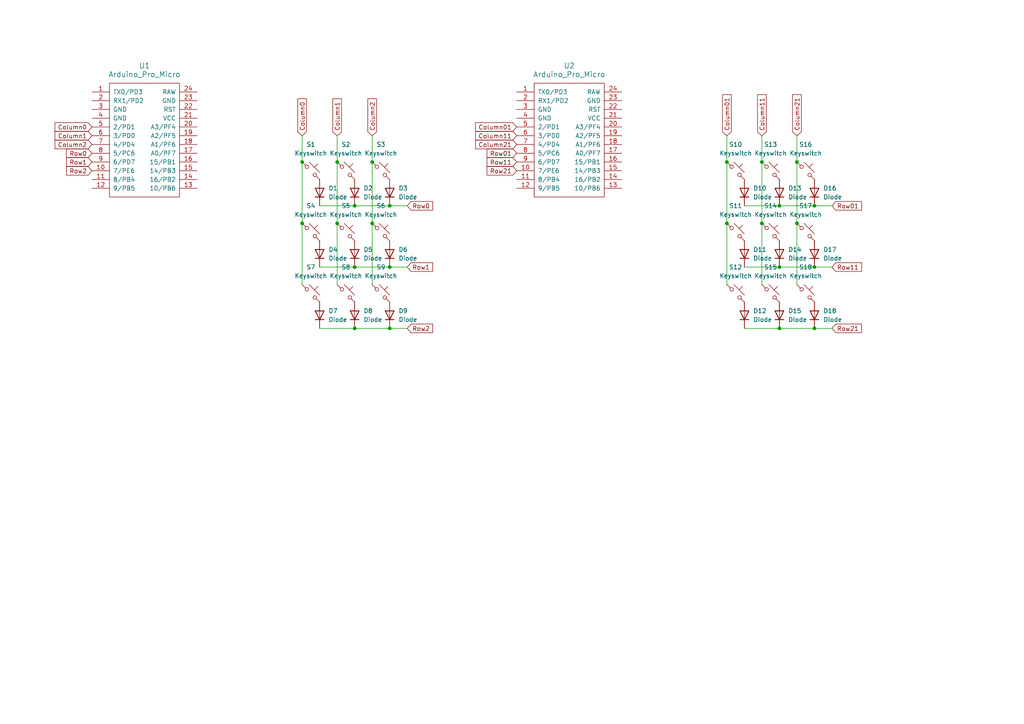
<source format=kicad_sch>
(kicad_sch (version 20230121) (generator eeschema)

  (uuid f2060c66-6e72-4b59-b738-f146c125db3a)

  (paper "A4")

  (lib_symbols
    (symbol "ScottoKeebs:MCU_Arduino_Pro_Micro" (pin_names (offset 1.016)) (in_bom yes) (on_board yes)
      (property "Reference" "U" (at 0 0 0)
        (effects (font (size 1.524 1.524)))
      )
      (property "Value" "Arduino_Pro_Micro" (at 0 -19.05 0)
        (effects (font (size 1.524 1.524)))
      )
      (property "Footprint" "ScottoKeebs_MCU:Arduino_Pro_Micro" (at 0 -22.86 0)
        (effects (font (size 1.524 1.524)) hide)
      )
      (property "Datasheet" "" (at 26.67 -63.5 90)
        (effects (font (size 1.524 1.524)) hide)
      )
      (symbol "MCU_Arduino_Pro_Micro_0_1"
        (rectangle (start -10.16 16.51) (end 10.16 -16.51)
          (stroke (width 0) (type solid))
          (fill (type none))
        )
      )
      (symbol "MCU_Arduino_Pro_Micro_1_1"
        (pin input line (at -15.24 13.97 0) (length 5.08)
          (name "TX0/PD3" (effects (font (size 1.27 1.27))))
          (number "1" (effects (font (size 1.27 1.27))))
        )
        (pin input line (at -15.24 -8.89 0) (length 5.08)
          (name "7/PE6" (effects (font (size 1.27 1.27))))
          (number "10" (effects (font (size 1.27 1.27))))
        )
        (pin input line (at -15.24 -11.43 0) (length 5.08)
          (name "8/PB4" (effects (font (size 1.27 1.27))))
          (number "11" (effects (font (size 1.27 1.27))))
        )
        (pin input line (at -15.24 -13.97 0) (length 5.08)
          (name "9/PB5" (effects (font (size 1.27 1.27))))
          (number "12" (effects (font (size 1.27 1.27))))
        )
        (pin input line (at 15.24 -13.97 180) (length 5.08)
          (name "10/PB6" (effects (font (size 1.27 1.27))))
          (number "13" (effects (font (size 1.27 1.27))))
        )
        (pin input line (at 15.24 -11.43 180) (length 5.08)
          (name "16/PB2" (effects (font (size 1.27 1.27))))
          (number "14" (effects (font (size 1.27 1.27))))
        )
        (pin input line (at 15.24 -8.89 180) (length 5.08)
          (name "14/PB3" (effects (font (size 1.27 1.27))))
          (number "15" (effects (font (size 1.27 1.27))))
        )
        (pin input line (at 15.24 -6.35 180) (length 5.08)
          (name "15/PB1" (effects (font (size 1.27 1.27))))
          (number "16" (effects (font (size 1.27 1.27))))
        )
        (pin input line (at 15.24 -3.81 180) (length 5.08)
          (name "A0/PF7" (effects (font (size 1.27 1.27))))
          (number "17" (effects (font (size 1.27 1.27))))
        )
        (pin input line (at 15.24 -1.27 180) (length 5.08)
          (name "A1/PF6" (effects (font (size 1.27 1.27))))
          (number "18" (effects (font (size 1.27 1.27))))
        )
        (pin input line (at 15.24 1.27 180) (length 5.08)
          (name "A2/PF5" (effects (font (size 1.27 1.27))))
          (number "19" (effects (font (size 1.27 1.27))))
        )
        (pin input line (at -15.24 11.43 0) (length 5.08)
          (name "RX1/PD2" (effects (font (size 1.27 1.27))))
          (number "2" (effects (font (size 1.27 1.27))))
        )
        (pin input line (at 15.24 3.81 180) (length 5.08)
          (name "A3/PF4" (effects (font (size 1.27 1.27))))
          (number "20" (effects (font (size 1.27 1.27))))
        )
        (pin input line (at 15.24 6.35 180) (length 5.08)
          (name "VCC" (effects (font (size 1.27 1.27))))
          (number "21" (effects (font (size 1.27 1.27))))
        )
        (pin input line (at 15.24 8.89 180) (length 5.08)
          (name "RST" (effects (font (size 1.27 1.27))))
          (number "22" (effects (font (size 1.27 1.27))))
        )
        (pin input line (at 15.24 11.43 180) (length 5.08)
          (name "GND" (effects (font (size 1.27 1.27))))
          (number "23" (effects (font (size 1.27 1.27))))
        )
        (pin input line (at 15.24 13.97 180) (length 5.08)
          (name "RAW" (effects (font (size 1.27 1.27))))
          (number "24" (effects (font (size 1.27 1.27))))
        )
        (pin input line (at -15.24 8.89 0) (length 5.08)
          (name "GND" (effects (font (size 1.27 1.27))))
          (number "3" (effects (font (size 1.27 1.27))))
        )
        (pin input line (at -15.24 6.35 0) (length 5.08)
          (name "GND" (effects (font (size 1.27 1.27))))
          (number "4" (effects (font (size 1.27 1.27))))
        )
        (pin input line (at -15.24 3.81 0) (length 5.08)
          (name "2/PD1" (effects (font (size 1.27 1.27))))
          (number "5" (effects (font (size 1.27 1.27))))
        )
        (pin input line (at -15.24 1.27 0) (length 5.08)
          (name "3/PD0" (effects (font (size 1.27 1.27))))
          (number "6" (effects (font (size 1.27 1.27))))
        )
        (pin input line (at -15.24 -1.27 0) (length 5.08)
          (name "4/PD4" (effects (font (size 1.27 1.27))))
          (number "7" (effects (font (size 1.27 1.27))))
        )
        (pin input line (at -15.24 -3.81 0) (length 5.08)
          (name "5/PC6" (effects (font (size 1.27 1.27))))
          (number "8" (effects (font (size 1.27 1.27))))
        )
        (pin input line (at -15.24 -6.35 0) (length 5.08)
          (name "6/PD7" (effects (font (size 1.27 1.27))))
          (number "9" (effects (font (size 1.27 1.27))))
        )
      )
    )
    (symbol "ScottoKeebs:Placeholder_Diode" (pin_numbers hide) (pin_names hide) (in_bom yes) (on_board yes)
      (property "Reference" "D" (at 0 2.54 0)
        (effects (font (size 1.27 1.27)))
      )
      (property "Value" "Diode" (at 0 -2.54 0)
        (effects (font (size 1.27 1.27)))
      )
      (property "Footprint" "" (at 0 0 0)
        (effects (font (size 1.27 1.27)) hide)
      )
      (property "Datasheet" "" (at 0 0 0)
        (effects (font (size 1.27 1.27)) hide)
      )
      (property "Sim.Device" "D" (at 0 0 0)
        (effects (font (size 1.27 1.27)) hide)
      )
      (property "Sim.Pins" "1=K 2=A" (at 0 0 0)
        (effects (font (size 1.27 1.27)) hide)
      )
      (property "ki_keywords" "diode" (at 0 0 0)
        (effects (font (size 1.27 1.27)) hide)
      )
      (property "ki_description" "1N4148 (DO-35) or 1N4148W (SOD-123)" (at 0 0 0)
        (effects (font (size 1.27 1.27)) hide)
      )
      (property "ki_fp_filters" "D*DO?35*" (at 0 0 0)
        (effects (font (size 1.27 1.27)) hide)
      )
      (symbol "Placeholder_Diode_0_1"
        (polyline
          (pts
            (xy -1.27 1.27)
            (xy -1.27 -1.27)
          )
          (stroke (width 0.254) (type default))
          (fill (type none))
        )
        (polyline
          (pts
            (xy 1.27 0)
            (xy -1.27 0)
          )
          (stroke (width 0) (type default))
          (fill (type none))
        )
        (polyline
          (pts
            (xy 1.27 1.27)
            (xy 1.27 -1.27)
            (xy -1.27 0)
            (xy 1.27 1.27)
          )
          (stroke (width 0.254) (type default))
          (fill (type none))
        )
      )
      (symbol "Placeholder_Diode_1_1"
        (pin passive line (at -3.81 0 0) (length 2.54)
          (name "K" (effects (font (size 1.27 1.27))))
          (number "1" (effects (font (size 1.27 1.27))))
        )
        (pin passive line (at 3.81 0 180) (length 2.54)
          (name "A" (effects (font (size 1.27 1.27))))
          (number "2" (effects (font (size 1.27 1.27))))
        )
      )
    )
    (symbol "ScottoKeebs:Placeholder_Keyswitch" (pin_numbers hide) (pin_names (offset 1.016) hide) (in_bom yes) (on_board yes)
      (property "Reference" "S" (at 3.048 1.016 0)
        (effects (font (size 1.27 1.27)) (justify left))
      )
      (property "Value" "Keyswitch" (at 0 -3.81 0)
        (effects (font (size 1.27 1.27)))
      )
      (property "Footprint" "" (at 0 0 0)
        (effects (font (size 1.27 1.27)) hide)
      )
      (property "Datasheet" "~" (at 0 0 0)
        (effects (font (size 1.27 1.27)) hide)
      )
      (property "ki_keywords" "switch normally-open pushbutton push-button" (at 0 0 0)
        (effects (font (size 1.27 1.27)) hide)
      )
      (property "ki_description" "Push button switch, normally open, two pins, 45° tilted" (at 0 0 0)
        (effects (font (size 1.27 1.27)) hide)
      )
      (symbol "Placeholder_Keyswitch_0_1"
        (circle (center -1.1684 1.1684) (radius 0.508)
          (stroke (width 0) (type default))
          (fill (type none))
        )
        (polyline
          (pts
            (xy -0.508 2.54)
            (xy 2.54 -0.508)
          )
          (stroke (width 0) (type default))
          (fill (type none))
        )
        (polyline
          (pts
            (xy 1.016 1.016)
            (xy 2.032 2.032)
          )
          (stroke (width 0) (type default))
          (fill (type none))
        )
        (polyline
          (pts
            (xy -2.54 2.54)
            (xy -1.524 1.524)
            (xy -1.524 1.524)
          )
          (stroke (width 0) (type default))
          (fill (type none))
        )
        (polyline
          (pts
            (xy 1.524 -1.524)
            (xy 2.54 -2.54)
            (xy 2.54 -2.54)
            (xy 2.54 -2.54)
          )
          (stroke (width 0) (type default))
          (fill (type none))
        )
        (circle (center 1.143 -1.1938) (radius 0.508)
          (stroke (width 0) (type default))
          (fill (type none))
        )
        (pin passive line (at -2.54 2.54 0) (length 0)
          (name "1" (effects (font (size 1.27 1.27))))
          (number "1" (effects (font (size 1.27 1.27))))
        )
        (pin passive line (at 2.54 -2.54 180) (length 0)
          (name "2" (effects (font (size 1.27 1.27))))
          (number "2" (effects (font (size 1.27 1.27))))
        )
      )
    )
  )

  (junction (at 107.95 64.77) (diameter 0) (color 0 0 0 0)
    (uuid 0372e451-9c02-486b-805c-5cf47ff683db)
  )
  (junction (at 113.03 95.25) (diameter 0) (color 0 0 0 0)
    (uuid 0c0d06cf-f490-462a-966d-bcf32c06d16a)
  )
  (junction (at 236.22 95.25) (diameter 0) (color 0 0 0 0)
    (uuid 249f1bd1-9a21-41d1-b33a-3cc9bb04bbe0)
  )
  (junction (at 97.79 64.77) (diameter 0) (color 0 0 0 0)
    (uuid 2d69d7af-6760-4e90-b274-acffd820fc3f)
  )
  (junction (at 236.22 59.69) (diameter 0) (color 0 0 0 0)
    (uuid 30a6c0d8-e1fa-4a2e-8ceb-91ef2a26eeb0)
  )
  (junction (at 102.87 59.69) (diameter 0) (color 0 0 0 0)
    (uuid 40889f40-059b-47b4-b24e-263ae9652067)
  )
  (junction (at 102.87 95.25) (diameter 0) (color 0 0 0 0)
    (uuid 4e9f2005-5011-4866-a74e-043aad1381b1)
  )
  (junction (at 226.06 77.47) (diameter 0) (color 0 0 0 0)
    (uuid 5f033c14-6cc1-42b7-936f-0123a9359fed)
  )
  (junction (at 220.98 46.99) (diameter 0) (color 0 0 0 0)
    (uuid 69fd1e8e-44c4-4386-8aa0-de37b4ad8ce0)
  )
  (junction (at 113.03 77.47) (diameter 0) (color 0 0 0 0)
    (uuid 756c35ce-d3f1-4c03-846b-fac59f43f788)
  )
  (junction (at 231.14 64.77) (diameter 0) (color 0 0 0 0)
    (uuid 79215c7d-6425-4d72-bdb4-8fa5cf42b8dc)
  )
  (junction (at 87.63 64.77) (diameter 0) (color 0 0 0 0)
    (uuid 8e7b91ac-d0ee-4200-9d7a-94356739c1af)
  )
  (junction (at 231.14 46.99) (diameter 0) (color 0 0 0 0)
    (uuid b5861ba0-6069-4e62-aa9e-f5b114f015c2)
  )
  (junction (at 97.79 46.99) (diameter 0) (color 0 0 0 0)
    (uuid c2eb29cb-9313-4ac5-ab42-e2428f4cb826)
  )
  (junction (at 107.95 46.99) (diameter 0) (color 0 0 0 0)
    (uuid c33d2e29-c7b8-4bc3-b798-c1a70f08c9a1)
  )
  (junction (at 102.87 77.47) (diameter 0) (color 0 0 0 0)
    (uuid cf085ec0-a5b5-4948-86f7-22dbf050abdb)
  )
  (junction (at 113.03 59.69) (diameter 0) (color 0 0 0 0)
    (uuid d93ba434-558e-4279-ab48-25f0c934c59b)
  )
  (junction (at 226.06 59.69) (diameter 0) (color 0 0 0 0)
    (uuid e1a58c5e-c76e-487e-a0a9-cc5a8de5b885)
  )
  (junction (at 236.22 77.47) (diameter 0) (color 0 0 0 0)
    (uuid e4fdc7f6-952f-473b-9a64-d3078a519008)
  )
  (junction (at 220.98 64.77) (diameter 0) (color 0 0 0 0)
    (uuid e5c417b3-b8b4-4578-8e1d-9a25721e4646)
  )
  (junction (at 226.06 95.25) (diameter 0) (color 0 0 0 0)
    (uuid e774d372-9bae-447d-9ee2-6d03f80a7904)
  )
  (junction (at 87.63 46.99) (diameter 0) (color 0 0 0 0)
    (uuid e786a40f-5e8d-4b18-8803-f6cb806499f4)
  )
  (junction (at 210.82 64.77) (diameter 0) (color 0 0 0 0)
    (uuid eadcb1a7-4849-46e9-b90c-d446d802062c)
  )
  (junction (at 210.82 46.99) (diameter 0) (color 0 0 0 0)
    (uuid ecad70f7-adad-407e-b629-6fc4f22a0032)
  )

  (wire (pts (xy 231.14 46.99) (xy 231.14 64.77))
    (stroke (width 0) (type default))
    (uuid 077cff64-b70a-4710-9a7f-04d7d4b1083a)
  )
  (wire (pts (xy 118.11 77.47) (xy 113.03 77.47))
    (stroke (width 0) (type default))
    (uuid 177a8d2a-ab74-40e5-adc1-2900b83c140d)
  )
  (wire (pts (xy 107.95 39.37) (xy 107.95 46.99))
    (stroke (width 0) (type default))
    (uuid 20c0cdbd-9aff-42be-b98e-edb1de5d7856)
  )
  (wire (pts (xy 226.06 95.25) (xy 236.22 95.25))
    (stroke (width 0) (type default))
    (uuid 29cc7bd1-05e1-47ab-a8f2-6c83a3b53a03)
  )
  (wire (pts (xy 113.03 59.69) (xy 118.11 59.69))
    (stroke (width 0) (type default))
    (uuid 30284f08-c5b9-49df-b897-3f4ac2c68d12)
  )
  (wire (pts (xy 92.71 59.69) (xy 102.87 59.69))
    (stroke (width 0) (type default))
    (uuid 3d00182b-66cf-4b0a-812d-d0d7c12eeaa8)
  )
  (wire (pts (xy 118.11 95.25) (xy 113.03 95.25))
    (stroke (width 0) (type default))
    (uuid 3d2d6625-e3d1-45ce-8ec4-9556e086e160)
  )
  (wire (pts (xy 102.87 77.47) (xy 113.03 77.47))
    (stroke (width 0) (type default))
    (uuid 43b34257-48b5-4d7a-a235-4d87956ee6d7)
  )
  (wire (pts (xy 97.79 46.99) (xy 97.79 64.77))
    (stroke (width 0) (type default))
    (uuid 492d5539-3070-4ae9-9b05-edbd0e77a8c7)
  )
  (wire (pts (xy 231.14 64.77) (xy 231.14 82.55))
    (stroke (width 0) (type default))
    (uuid 54cc6f1a-2f5c-40ac-83d7-c23e4f4e8be1)
  )
  (wire (pts (xy 241.3 95.25) (xy 236.22 95.25))
    (stroke (width 0) (type default))
    (uuid 6ca8a8f3-8cc4-4785-bd62-a690e6d85b74)
  )
  (wire (pts (xy 210.82 64.77) (xy 210.82 82.55))
    (stroke (width 0) (type default))
    (uuid 70453a36-377c-4c60-b68f-70cfa46562ae)
  )
  (wire (pts (xy 87.63 39.37) (xy 87.63 46.99))
    (stroke (width 0) (type default))
    (uuid 7441202f-d6e9-417a-8a47-dc0b389be018)
  )
  (wire (pts (xy 210.82 39.37) (xy 210.82 46.99))
    (stroke (width 0) (type default))
    (uuid 7e95a181-52b8-49d9-9833-5612c7cc4652)
  )
  (wire (pts (xy 97.79 64.77) (xy 97.79 82.55))
    (stroke (width 0) (type default))
    (uuid 816d1419-6ca6-435c-b40f-992dbd636171)
  )
  (wire (pts (xy 92.71 77.47) (xy 102.87 77.47))
    (stroke (width 0) (type default))
    (uuid 96dd9419-2d81-46d8-8142-75260364bdb5)
  )
  (wire (pts (xy 92.71 95.25) (xy 102.87 95.25))
    (stroke (width 0) (type default))
    (uuid 97d0f1f4-bf9d-4da2-9c39-267b9a3222a9)
  )
  (wire (pts (xy 220.98 46.99) (xy 220.98 64.77))
    (stroke (width 0) (type default))
    (uuid 9aafc33a-091d-4e5f-80e5-6cf73d1b0887)
  )
  (wire (pts (xy 215.9 95.25) (xy 226.06 95.25))
    (stroke (width 0) (type default))
    (uuid a219af44-190c-4c38-8647-5bed2441b48c)
  )
  (wire (pts (xy 210.82 46.99) (xy 210.82 64.77))
    (stroke (width 0) (type default))
    (uuid a6d5ec1b-a368-4e39-8b19-223b2e5d9581)
  )
  (wire (pts (xy 102.87 95.25) (xy 113.03 95.25))
    (stroke (width 0) (type default))
    (uuid adc08c12-b9b4-4b8c-a696-3edb573b4f4d)
  )
  (wire (pts (xy 231.14 39.37) (xy 231.14 46.99))
    (stroke (width 0) (type default))
    (uuid add8a23e-d80a-4c31-84b3-3e736011bf61)
  )
  (wire (pts (xy 107.95 46.99) (xy 107.95 64.77))
    (stroke (width 0) (type default))
    (uuid bfe13640-1d9d-43b3-b87c-7a8a525305af)
  )
  (wire (pts (xy 226.06 59.69) (xy 236.22 59.69))
    (stroke (width 0) (type default))
    (uuid bffe6800-f26c-4b5b-a22f-c85e9cc0073a)
  )
  (wire (pts (xy 220.98 39.37) (xy 220.98 46.99))
    (stroke (width 0) (type default))
    (uuid c69c6752-df45-4eea-885a-9c435bd285db)
  )
  (wire (pts (xy 215.9 59.69) (xy 226.06 59.69))
    (stroke (width 0) (type default))
    (uuid c6bdc35b-a97f-4d9c-b868-1cb67bafe368)
  )
  (wire (pts (xy 87.63 64.77) (xy 87.63 82.55))
    (stroke (width 0) (type default))
    (uuid d6c38870-5d22-4103-b5bc-e7cfaa4cd806)
  )
  (wire (pts (xy 226.06 77.47) (xy 236.22 77.47))
    (stroke (width 0) (type default))
    (uuid df51d2f6-3f91-4ed1-8351-5275747e5855)
  )
  (wire (pts (xy 236.22 59.69) (xy 241.3 59.69))
    (stroke (width 0) (type default))
    (uuid e9891fe4-33d4-44a3-856a-dcbbb734e87e)
  )
  (wire (pts (xy 107.95 64.77) (xy 107.95 82.55))
    (stroke (width 0) (type default))
    (uuid ece7a383-aa9e-4737-b38c-a7c382f174a5)
  )
  (wire (pts (xy 97.79 39.37) (xy 97.79 46.99))
    (stroke (width 0) (type default))
    (uuid f0384a74-834b-4349-a947-b3e7ebb0849a)
  )
  (wire (pts (xy 241.3 77.47) (xy 236.22 77.47))
    (stroke (width 0) (type default))
    (uuid f1f68e55-a98c-4742-a994-12d8bb7c9644)
  )
  (wire (pts (xy 87.63 46.99) (xy 87.63 64.77))
    (stroke (width 0) (type default))
    (uuid f76bed5a-7118-4ef2-97f8-c58cafdf06da)
  )
  (wire (pts (xy 220.98 64.77) (xy 220.98 82.55))
    (stroke (width 0) (type default))
    (uuid f80a9003-a088-4763-ad87-7443f4ab6739)
  )
  (wire (pts (xy 102.87 59.69) (xy 113.03 59.69))
    (stroke (width 0) (type default))
    (uuid f9366870-5768-4c4c-90e7-88a08cbcf281)
  )
  (wire (pts (xy 215.9 77.47) (xy 226.06 77.47))
    (stroke (width 0) (type default))
    (uuid ffd860f4-20ec-4dbd-a7d3-8cb9bf8242ad)
  )

  (global_label "Row21" (shape input) (at 241.3 95.25 0) (fields_autoplaced)
    (effects (font (size 1.27 1.27)) (justify left))
    (uuid 02a2318e-4d6b-43d1-a67a-90babeb79987)
    (property "Intersheetrefs" "${INTERSHEET_REFS}" (at 250.4537 95.25 0)
      (effects (font (size 1.27 1.27)) (justify left) hide)
    )
  )
  (global_label "Row01" (shape input) (at 241.3 59.69 0) (fields_autoplaced)
    (effects (font (size 1.27 1.27)) (justify left))
    (uuid 0bea372c-7eca-4675-a28d-6deb69d78ed9)
    (property "Intersheetrefs" "${INTERSHEET_REFS}" (at 250.4537 59.69 0)
      (effects (font (size 1.27 1.27)) (justify left) hide)
    )
  )
  (global_label "Row21" (shape input) (at 149.86 49.53 180) (fields_autoplaced)
    (effects (font (size 1.27 1.27)) (justify right))
    (uuid 1e568c54-aff4-4ba2-b13c-50c20ff6f040)
    (property "Intersheetrefs" "${INTERSHEET_REFS}" (at 140.7063 49.53 0)
      (effects (font (size 1.27 1.27)) (justify right) hide)
    )
  )
  (global_label "Column2" (shape input) (at 107.95 39.37 90) (fields_autoplaced)
    (effects (font (size 1.27 1.27)) (justify left))
    (uuid 2a8e115b-4e6f-4689-a563-255e35c85048)
    (property "Intersheetrefs" "${INTERSHEET_REFS}" (at 107.95 28.0998 90)
      (effects (font (size 1.27 1.27)) (justify left) hide)
    )
  )
  (global_label "Column0" (shape input) (at 26.67 36.83 180) (fields_autoplaced)
    (effects (font (size 1.27 1.27)) (justify right))
    (uuid 2ca101ba-6ae8-47c4-a90f-0eac7d2963c6)
    (property "Intersheetrefs" "${INTERSHEET_REFS}" (at 15.3998 36.83 0)
      (effects (font (size 1.27 1.27)) (justify right) hide)
    )
  )
  (global_label "Row11" (shape input) (at 241.3 77.47 0) (fields_autoplaced)
    (effects (font (size 1.27 1.27)) (justify left))
    (uuid 395769e5-b84b-48f2-ab96-7fb7f72d7512)
    (property "Intersheetrefs" "${INTERSHEET_REFS}" (at 250.4537 77.47 0)
      (effects (font (size 1.27 1.27)) (justify left) hide)
    )
  )
  (global_label "Column0" (shape input) (at 87.63 39.37 90) (fields_autoplaced)
    (effects (font (size 1.27 1.27)) (justify left))
    (uuid 4166c49d-49d7-4cfd-8172-24483e9f6f21)
    (property "Intersheetrefs" "${INTERSHEET_REFS}" (at 87.63 28.0998 90)
      (effects (font (size 1.27 1.27)) (justify left) hide)
    )
  )
  (global_label "Row2" (shape input) (at 26.67 49.53 180) (fields_autoplaced)
    (effects (font (size 1.27 1.27)) (justify right))
    (uuid 68387d32-28eb-4d2b-814b-da3c7c955895)
    (property "Intersheetrefs" "${INTERSHEET_REFS}" (at 18.7258 49.53 0)
      (effects (font (size 1.27 1.27)) (justify right) hide)
    )
  )
  (global_label "Column21" (shape input) (at 149.86 41.91 180) (fields_autoplaced)
    (effects (font (size 1.27 1.27)) (justify right))
    (uuid 6cff2f3f-01e0-469e-a80c-e1894cb1c481)
    (property "Intersheetrefs" "${INTERSHEET_REFS}" (at 137.3803 41.91 0)
      (effects (font (size 1.27 1.27)) (justify right) hide)
    )
  )
  (global_label "Row0" (shape input) (at 118.11 59.69 0) (fields_autoplaced)
    (effects (font (size 1.27 1.27)) (justify left))
    (uuid 75e7e35e-df4e-4a5b-87e9-e8e752a30597)
    (property "Intersheetrefs" "${INTERSHEET_REFS}" (at 126.0542 59.69 0)
      (effects (font (size 1.27 1.27)) (justify left) hide)
    )
  )
  (global_label "Column1" (shape input) (at 97.79 39.37 90) (fields_autoplaced)
    (effects (font (size 1.27 1.27)) (justify left))
    (uuid 825698aa-8d74-4003-96c0-3fcd5dfd6c2f)
    (property "Intersheetrefs" "${INTERSHEET_REFS}" (at 97.79 28.0998 90)
      (effects (font (size 1.27 1.27)) (justify left) hide)
    )
  )
  (global_label "Row11" (shape input) (at 149.86 46.99 180) (fields_autoplaced)
    (effects (font (size 1.27 1.27)) (justify right))
    (uuid 8bee9af0-767e-4d68-8659-1c4b5c6b229e)
    (property "Intersheetrefs" "${INTERSHEET_REFS}" (at 140.7063 46.99 0)
      (effects (font (size 1.27 1.27)) (justify right) hide)
    )
  )
  (global_label "Row1" (shape input) (at 118.11 77.47 0) (fields_autoplaced)
    (effects (font (size 1.27 1.27)) (justify left))
    (uuid 9c5b3fef-d512-490f-a5ea-c931479e730e)
    (property "Intersheetrefs" "${INTERSHEET_REFS}" (at 126.0542 77.47 0)
      (effects (font (size 1.27 1.27)) (justify left) hide)
    )
  )
  (global_label "Column01" (shape input) (at 210.82 39.37 90) (fields_autoplaced)
    (effects (font (size 1.27 1.27)) (justify left))
    (uuid a581cb4c-37d3-4ee7-8c6a-5d2754bf7c64)
    (property "Intersheetrefs" "${INTERSHEET_REFS}" (at 210.82 26.8903 90)
      (effects (font (size 1.27 1.27)) (justify left) hide)
    )
  )
  (global_label "Row01" (shape input) (at 149.86 44.45 180) (fields_autoplaced)
    (effects (font (size 1.27 1.27)) (justify right))
    (uuid a5c4be63-1194-417e-9039-872e7373daa6)
    (property "Intersheetrefs" "${INTERSHEET_REFS}" (at 140.7063 44.45 0)
      (effects (font (size 1.27 1.27)) (justify right) hide)
    )
  )
  (global_label "Row0" (shape input) (at 26.67 44.45 180) (fields_autoplaced)
    (effects (font (size 1.27 1.27)) (justify right))
    (uuid b0b9704e-7567-4596-ba66-c28bc59eaf17)
    (property "Intersheetrefs" "${INTERSHEET_REFS}" (at 18.7258 44.45 0)
      (effects (font (size 1.27 1.27)) (justify right) hide)
    )
  )
  (global_label "Column01" (shape input) (at 149.86 36.83 180) (fields_autoplaced)
    (effects (font (size 1.27 1.27)) (justify right))
    (uuid b7c033b2-fcc0-4dec-9b9d-0ba864039efc)
    (property "Intersheetrefs" "${INTERSHEET_REFS}" (at 137.3803 36.83 0)
      (effects (font (size 1.27 1.27)) (justify right) hide)
    )
  )
  (global_label "Column21" (shape input) (at 231.14 39.37 90) (fields_autoplaced)
    (effects (font (size 1.27 1.27)) (justify left))
    (uuid b84a40ec-f966-496d-a51e-3fed19c8d053)
    (property "Intersheetrefs" "${INTERSHEET_REFS}" (at 231.14 26.8903 90)
      (effects (font (size 1.27 1.27)) (justify left) hide)
    )
  )
  (global_label "Column11" (shape input) (at 220.98 39.37 90) (fields_autoplaced)
    (effects (font (size 1.27 1.27)) (justify left))
    (uuid b9bdd491-d17a-4eee-95c2-b5bbc49986db)
    (property "Intersheetrefs" "${INTERSHEET_REFS}" (at 220.98 26.8903 90)
      (effects (font (size 1.27 1.27)) (justify left) hide)
    )
  )
  (global_label "Column2" (shape input) (at 26.67 41.91 180) (fields_autoplaced)
    (effects (font (size 1.27 1.27)) (justify right))
    (uuid bf552d53-006d-4626-9d79-d7a780189e2d)
    (property "Intersheetrefs" "${INTERSHEET_REFS}" (at 15.3998 41.91 0)
      (effects (font (size 1.27 1.27)) (justify right) hide)
    )
  )
  (global_label "Row2" (shape input) (at 118.11 95.25 0) (fields_autoplaced)
    (effects (font (size 1.27 1.27)) (justify left))
    (uuid c2e31e63-0209-43e6-8cf0-3642ade6fc10)
    (property "Intersheetrefs" "${INTERSHEET_REFS}" (at 126.0542 95.25 0)
      (effects (font (size 1.27 1.27)) (justify left) hide)
    )
  )
  (global_label "Row1" (shape input) (at 26.67 46.99 180) (fields_autoplaced)
    (effects (font (size 1.27 1.27)) (justify right))
    (uuid ca24917b-108a-46e7-ad58-12658f770ad8)
    (property "Intersheetrefs" "${INTERSHEET_REFS}" (at 18.7258 46.99 0)
      (effects (font (size 1.27 1.27)) (justify right) hide)
    )
  )
  (global_label "Column1" (shape input) (at 26.67 39.37 180) (fields_autoplaced)
    (effects (font (size 1.27 1.27)) (justify right))
    (uuid d2c0a318-7758-4293-b954-fabd649682c7)
    (property "Intersheetrefs" "${INTERSHEET_REFS}" (at 15.3998 39.37 0)
      (effects (font (size 1.27 1.27)) (justify right) hide)
    )
  )
  (global_label "Column11" (shape input) (at 149.86 39.37 180) (fields_autoplaced)
    (effects (font (size 1.27 1.27)) (justify right))
    (uuid e40854ea-854e-47eb-9e67-3f3fd8c4d2b8)
    (property "Intersheetrefs" "${INTERSHEET_REFS}" (at 137.3803 39.37 0)
      (effects (font (size 1.27 1.27)) (justify right) hide)
    )
  )

  (symbol (lib_id "ScottoKeebs:Placeholder_Keyswitch") (at 100.33 49.53 0) (unit 1)
    (in_bom yes) (on_board yes) (dnp no) (fields_autoplaced)
    (uuid 020e5afe-0249-4dac-93a3-ea1a9deefa05)
    (property "Reference" "S2" (at 100.33 41.91 0)
      (effects (font (size 1.27 1.27)))
    )
    (property "Value" "Keyswitch" (at 100.33 44.45 0)
      (effects (font (size 1.27 1.27)))
    )
    (property "Footprint" "ScottoKeebs_MX:MX_PCB_1.00u" (at 100.33 49.53 0)
      (effects (font (size 1.27 1.27)) hide)
    )
    (property "Datasheet" "~" (at 100.33 49.53 0)
      (effects (font (size 1.27 1.27)) hide)
    )
    (pin "2" (uuid cb712018-8684-486c-9310-c246f144937b))
    (pin "1" (uuid f44457c2-d5e8-4751-b834-4416bd3ce6ee))
    (instances
      (project "test_pcb"
        (path "/f2060c66-6e72-4b59-b738-f146c125db3a"
          (reference "S2") (unit 1)
        )
      )
    )
  )

  (symbol (lib_id "ScottoKeebs:Placeholder_Keyswitch") (at 90.17 67.31 0) (unit 1)
    (in_bom yes) (on_board yes) (dnp no) (fields_autoplaced)
    (uuid 15fb959d-7416-40d3-9657-05d702a55fec)
    (property "Reference" "S4" (at 90.17 59.69 0)
      (effects (font (size 1.27 1.27)))
    )
    (property "Value" "Keyswitch" (at 90.17 62.23 0)
      (effects (font (size 1.27 1.27)))
    )
    (property "Footprint" "ScottoKeebs_MX:MX_PCB_1.00u" (at 90.17 67.31 0)
      (effects (font (size 1.27 1.27)) hide)
    )
    (property "Datasheet" "~" (at 90.17 67.31 0)
      (effects (font (size 1.27 1.27)) hide)
    )
    (pin "2" (uuid 7b5cc74e-9c18-4d57-a065-969aaf949f86))
    (pin "1" (uuid 760a1d55-c3cb-4e23-a0a1-9737fbc27c40))
    (instances
      (project "test_pcb"
        (path "/f2060c66-6e72-4b59-b738-f146c125db3a"
          (reference "S4") (unit 1)
        )
      )
    )
  )

  (symbol (lib_id "ScottoKeebs:Placeholder_Diode") (at 236.22 73.66 90) (unit 1)
    (in_bom yes) (on_board yes) (dnp no) (fields_autoplaced)
    (uuid 22da21c0-ef1b-4ec6-8433-4f9523cf20c8)
    (property "Reference" "D17" (at 238.76 72.39 90)
      (effects (font (size 1.27 1.27)) (justify right))
    )
    (property "Value" "Diode" (at 238.76 74.93 90)
      (effects (font (size 1.27 1.27)) (justify right))
    )
    (property "Footprint" "ScottoKeebs_Components:Diode_DO-35" (at 236.22 73.66 0)
      (effects (font (size 1.27 1.27)) hide)
    )
    (property "Datasheet" "" (at 236.22 73.66 0)
      (effects (font (size 1.27 1.27)) hide)
    )
    (property "Sim.Device" "D" (at 236.22 73.66 0)
      (effects (font (size 1.27 1.27)) hide)
    )
    (property "Sim.Pins" "1=K 2=A" (at 236.22 73.66 0)
      (effects (font (size 1.27 1.27)) hide)
    )
    (pin "1" (uuid 94009c1e-091c-4b07-afe6-fa1f54b9801e))
    (pin "2" (uuid 00d795e0-1534-411f-a45d-ddcf1949a974))
    (instances
      (project "test_pcb"
        (path "/f2060c66-6e72-4b59-b738-f146c125db3a"
          (reference "D17") (unit 1)
        )
      )
    )
  )

  (symbol (lib_id "ScottoKeebs:MCU_Arduino_Pro_Micro") (at 165.1 40.64 0) (unit 1)
    (in_bom yes) (on_board yes) (dnp no) (fields_autoplaced)
    (uuid 339015ce-b47f-40e7-bfa3-9cbf87d7e0dd)
    (property "Reference" "U2" (at 165.1 19.05 0)
      (effects (font (size 1.524 1.524)))
    )
    (property "Value" "Arduino_Pro_Micro" (at 165.1 21.59 0)
      (effects (font (size 1.524 1.524)))
    )
    (property "Footprint" "ScottoKeebs_MCU:Arduino_Pro_Micro" (at 165.1 63.5 0)
      (effects (font (size 1.524 1.524)) hide)
    )
    (property "Datasheet" "" (at 191.77 104.14 90)
      (effects (font (size 1.524 1.524)) hide)
    )
    (pin "24" (uuid c3d8bf4f-943a-4ad4-8e72-a3247a81bdea))
    (pin "13" (uuid 7289f069-340e-46b3-90b8-c803e67e4106))
    (pin "14" (uuid 08305438-2903-460b-8d01-83b273c7daf4))
    (pin "22" (uuid 8ed508fd-3d18-426a-8354-34231b54a2ae))
    (pin "23" (uuid 141e858e-f993-46a9-809d-7dfeaedf87d4))
    (pin "9" (uuid b790bed1-aa8e-44bb-b678-f163f5c31ce6))
    (pin "16" (uuid 9d6305a8-900b-41aa-b538-4b54346657b4))
    (pin "1" (uuid 013c4a80-fa43-4a83-a34c-8d6f390e9a8f))
    (pin "6" (uuid d7f60215-c27d-4cfa-9a12-f7c12105708d))
    (pin "10" (uuid 943bff9a-6c41-4b76-b445-b2cf9bf0e7c5))
    (pin "18" (uuid 2c1dbbf2-441f-4c47-95e9-8cbbb8d9d23d))
    (pin "19" (uuid 72967c8c-717a-4b79-a739-5de0d92268c8))
    (pin "20" (uuid 7cb24990-13b4-496d-8980-0ab456c4de50))
    (pin "3" (uuid 5832b4d5-a66a-4620-9a0b-fbf2b6195e70))
    (pin "17" (uuid 5fd920d3-a8ff-432b-b0e5-cc80644ef4bd))
    (pin "2" (uuid 110edc46-b428-480e-878b-27f88c5a4099))
    (pin "12" (uuid 1815d431-14fe-4bdf-8ce8-aa53e48b6b13))
    (pin "15" (uuid 88db9268-3c29-4ecb-86e4-ca520e7d9425))
    (pin "21" (uuid 01566466-2fb8-4d17-b367-3a73962c2266))
    (pin "7" (uuid 2bcf9513-1409-4052-8cc6-6152e6effb39))
    (pin "8" (uuid c95d9640-d5e0-4e58-b022-481e1b8a73e8))
    (pin "11" (uuid 9698e0f9-e50a-441a-9a3f-4a64adb5ccca))
    (pin "5" (uuid 5f4df51f-f9b5-46c1-97b4-14cab8ff0786))
    (pin "4" (uuid 321bedda-20a7-4e8d-8a7b-467d714940da))
    (instances
      (project "test_pcb"
        (path "/f2060c66-6e72-4b59-b738-f146c125db3a"
          (reference "U2") (unit 1)
        )
      )
    )
  )

  (symbol (lib_id "ScottoKeebs:Placeholder_Diode") (at 102.87 91.44 90) (unit 1)
    (in_bom yes) (on_board yes) (dnp no) (fields_autoplaced)
    (uuid 3af40410-c595-465c-884f-61c3861f36af)
    (property "Reference" "D8" (at 105.41 90.17 90)
      (effects (font (size 1.27 1.27)) (justify right))
    )
    (property "Value" "Diode" (at 105.41 92.71 90)
      (effects (font (size 1.27 1.27)) (justify right))
    )
    (property "Footprint" "ScottoKeebs_Components:Diode_DO-35" (at 102.87 91.44 0)
      (effects (font (size 1.27 1.27)) hide)
    )
    (property "Datasheet" "" (at 102.87 91.44 0)
      (effects (font (size 1.27 1.27)) hide)
    )
    (property "Sim.Device" "D" (at 102.87 91.44 0)
      (effects (font (size 1.27 1.27)) hide)
    )
    (property "Sim.Pins" "1=K 2=A" (at 102.87 91.44 0)
      (effects (font (size 1.27 1.27)) hide)
    )
    (pin "1" (uuid fb4f0c25-e155-470f-ae19-59824e43c185))
    (pin "2" (uuid c9375808-0bde-4535-81c2-34969b29b44c))
    (instances
      (project "test_pcb"
        (path "/f2060c66-6e72-4b59-b738-f146c125db3a"
          (reference "D8") (unit 1)
        )
      )
    )
  )

  (symbol (lib_id "ScottoKeebs:Placeholder_Diode") (at 102.87 55.88 90) (unit 1)
    (in_bom yes) (on_board yes) (dnp no) (fields_autoplaced)
    (uuid 43d18394-31a9-4180-853f-d0676d0348c4)
    (property "Reference" "D2" (at 105.41 54.61 90)
      (effects (font (size 1.27 1.27)) (justify right))
    )
    (property "Value" "Diode" (at 105.41 57.15 90)
      (effects (font (size 1.27 1.27)) (justify right))
    )
    (property "Footprint" "ScottoKeebs_Components:Diode_DO-35" (at 102.87 55.88 0)
      (effects (font (size 1.27 1.27)) hide)
    )
    (property "Datasheet" "" (at 102.87 55.88 0)
      (effects (font (size 1.27 1.27)) hide)
    )
    (property "Sim.Device" "D" (at 102.87 55.88 0)
      (effects (font (size 1.27 1.27)) hide)
    )
    (property "Sim.Pins" "1=K 2=A" (at 102.87 55.88 0)
      (effects (font (size 1.27 1.27)) hide)
    )
    (pin "1" (uuid 59e96c57-1352-4681-ba4c-3616bd192c47))
    (pin "2" (uuid 5121cdf1-c599-49f5-bb6c-38597496c9c8))
    (instances
      (project "test_pcb"
        (path "/f2060c66-6e72-4b59-b738-f146c125db3a"
          (reference "D2") (unit 1)
        )
      )
    )
  )

  (symbol (lib_id "ScottoKeebs:Placeholder_Keyswitch") (at 233.68 49.53 0) (unit 1)
    (in_bom yes) (on_board yes) (dnp no) (fields_autoplaced)
    (uuid 487a33f3-f392-4110-aad2-a95e76165975)
    (property "Reference" "S16" (at 233.68 41.91 0)
      (effects (font (size 1.27 1.27)))
    )
    (property "Value" "Keyswitch" (at 233.68 44.45 0)
      (effects (font (size 1.27 1.27)))
    )
    (property "Footprint" "ScottoKeebs_MX:MX_PCB_1.00u" (at 233.68 49.53 0)
      (effects (font (size 1.27 1.27)) hide)
    )
    (property "Datasheet" "~" (at 233.68 49.53 0)
      (effects (font (size 1.27 1.27)) hide)
    )
    (pin "2" (uuid 67437648-5d09-4423-bad7-47a0dde35cb9))
    (pin "1" (uuid bf80a17c-9f70-413d-8fe1-0b529d75b2bd))
    (instances
      (project "test_pcb"
        (path "/f2060c66-6e72-4b59-b738-f146c125db3a"
          (reference "S16") (unit 1)
        )
      )
    )
  )

  (symbol (lib_id "ScottoKeebs:Placeholder_Diode") (at 215.9 55.88 90) (unit 1)
    (in_bom yes) (on_board yes) (dnp no) (fields_autoplaced)
    (uuid 58b3bec2-2c4f-474a-9b95-0f5c05e1dd1f)
    (property "Reference" "D10" (at 218.44 54.61 90)
      (effects (font (size 1.27 1.27)) (justify right))
    )
    (property "Value" "Diode" (at 218.44 57.15 90)
      (effects (font (size 1.27 1.27)) (justify right))
    )
    (property "Footprint" "ScottoKeebs_Components:Diode_DO-35" (at 215.9 55.88 0)
      (effects (font (size 1.27 1.27)) hide)
    )
    (property "Datasheet" "" (at 215.9 55.88 0)
      (effects (font (size 1.27 1.27)) hide)
    )
    (property "Sim.Device" "D" (at 215.9 55.88 0)
      (effects (font (size 1.27 1.27)) hide)
    )
    (property "Sim.Pins" "1=K 2=A" (at 215.9 55.88 0)
      (effects (font (size 1.27 1.27)) hide)
    )
    (pin "1" (uuid d8deb700-e5f0-48d5-b3c5-0fd9496e7bbe))
    (pin "2" (uuid 5307a72c-7f85-4821-a690-7271fc185377))
    (instances
      (project "test_pcb"
        (path "/f2060c66-6e72-4b59-b738-f146c125db3a"
          (reference "D10") (unit 1)
        )
      )
    )
  )

  (symbol (lib_id "ScottoKeebs:Placeholder_Diode") (at 92.71 55.88 90) (unit 1)
    (in_bom yes) (on_board yes) (dnp no) (fields_autoplaced)
    (uuid 59e1fc54-6570-43ef-b870-dc6299dce807)
    (property "Reference" "D1" (at 95.25 54.61 90)
      (effects (font (size 1.27 1.27)) (justify right))
    )
    (property "Value" "Diode" (at 95.25 57.15 90)
      (effects (font (size 1.27 1.27)) (justify right))
    )
    (property "Footprint" "ScottoKeebs_Components:Diode_DO-35" (at 92.71 55.88 0)
      (effects (font (size 1.27 1.27)) hide)
    )
    (property "Datasheet" "" (at 92.71 55.88 0)
      (effects (font (size 1.27 1.27)) hide)
    )
    (property "Sim.Device" "D" (at 92.71 55.88 0)
      (effects (font (size 1.27 1.27)) hide)
    )
    (property "Sim.Pins" "1=K 2=A" (at 92.71 55.88 0)
      (effects (font (size 1.27 1.27)) hide)
    )
    (pin "1" (uuid 192dd69b-5b7b-431e-8131-5acd8519919a))
    (pin "2" (uuid 731467be-d39b-4050-9267-93fd376402ff))
    (instances
      (project "test_pcb"
        (path "/f2060c66-6e72-4b59-b738-f146c125db3a"
          (reference "D1") (unit 1)
        )
      )
    )
  )

  (symbol (lib_id "ScottoKeebs:Placeholder_Diode") (at 226.06 55.88 90) (unit 1)
    (in_bom yes) (on_board yes) (dnp no) (fields_autoplaced)
    (uuid 5af94902-c2b3-40c9-bf2c-d0e1f2863f1c)
    (property "Reference" "D13" (at 228.6 54.61 90)
      (effects (font (size 1.27 1.27)) (justify right))
    )
    (property "Value" "Diode" (at 228.6 57.15 90)
      (effects (font (size 1.27 1.27)) (justify right))
    )
    (property "Footprint" "ScottoKeebs_Components:Diode_DO-35" (at 226.06 55.88 0)
      (effects (font (size 1.27 1.27)) hide)
    )
    (property "Datasheet" "" (at 226.06 55.88 0)
      (effects (font (size 1.27 1.27)) hide)
    )
    (property "Sim.Device" "D" (at 226.06 55.88 0)
      (effects (font (size 1.27 1.27)) hide)
    )
    (property "Sim.Pins" "1=K 2=A" (at 226.06 55.88 0)
      (effects (font (size 1.27 1.27)) hide)
    )
    (pin "1" (uuid 9c59667e-6e21-49ea-b695-698be7ec9861))
    (pin "2" (uuid 04870c8e-ee34-4264-8c92-3d4cd0f4c180))
    (instances
      (project "test_pcb"
        (path "/f2060c66-6e72-4b59-b738-f146c125db3a"
          (reference "D13") (unit 1)
        )
      )
    )
  )

  (symbol (lib_id "ScottoKeebs:Placeholder_Keyswitch") (at 90.17 85.09 0) (unit 1)
    (in_bom yes) (on_board yes) (dnp no) (fields_autoplaced)
    (uuid 65487f22-35de-43b1-96d8-eb216813694d)
    (property "Reference" "S7" (at 90.17 77.47 0)
      (effects (font (size 1.27 1.27)))
    )
    (property "Value" "Keyswitch" (at 90.17 80.01 0)
      (effects (font (size 1.27 1.27)))
    )
    (property "Footprint" "ScottoKeebs_MX:MX_PCB_1.00u" (at 90.17 85.09 0)
      (effects (font (size 1.27 1.27)) hide)
    )
    (property "Datasheet" "~" (at 90.17 85.09 0)
      (effects (font (size 1.27 1.27)) hide)
    )
    (pin "2" (uuid de868e5b-66bf-4db9-878d-20aec9167b7a))
    (pin "1" (uuid e4f153ef-6063-4038-bbae-d1e4ed2525b0))
    (instances
      (project "test_pcb"
        (path "/f2060c66-6e72-4b59-b738-f146c125db3a"
          (reference "S7") (unit 1)
        )
      )
    )
  )

  (symbol (lib_id "ScottoKeebs:Placeholder_Diode") (at 113.03 91.44 90) (unit 1)
    (in_bom yes) (on_board yes) (dnp no) (fields_autoplaced)
    (uuid 66e9fcf5-6025-4607-a798-7b8da04470b3)
    (property "Reference" "D9" (at 115.57 90.17 90)
      (effects (font (size 1.27 1.27)) (justify right))
    )
    (property "Value" "Diode" (at 115.57 92.71 90)
      (effects (font (size 1.27 1.27)) (justify right))
    )
    (property "Footprint" "ScottoKeebs_Components:Diode_DO-35" (at 113.03 91.44 0)
      (effects (font (size 1.27 1.27)) hide)
    )
    (property "Datasheet" "" (at 113.03 91.44 0)
      (effects (font (size 1.27 1.27)) hide)
    )
    (property "Sim.Device" "D" (at 113.03 91.44 0)
      (effects (font (size 1.27 1.27)) hide)
    )
    (property "Sim.Pins" "1=K 2=A" (at 113.03 91.44 0)
      (effects (font (size 1.27 1.27)) hide)
    )
    (pin "1" (uuid 260a3917-3368-4d52-9e97-8b4453fbc01e))
    (pin "2" (uuid 5c56fa26-f526-4f85-b63b-97e26508c401))
    (instances
      (project "test_pcb"
        (path "/f2060c66-6e72-4b59-b738-f146c125db3a"
          (reference "D9") (unit 1)
        )
      )
    )
  )

  (symbol (lib_id "ScottoKeebs:Placeholder_Keyswitch") (at 90.17 49.53 0) (unit 1)
    (in_bom yes) (on_board yes) (dnp no) (fields_autoplaced)
    (uuid 69149d2f-8de4-4d37-8426-4862460b0526)
    (property "Reference" "S1" (at 90.17 41.91 0)
      (effects (font (size 1.27 1.27)))
    )
    (property "Value" "Keyswitch" (at 90.17 44.45 0)
      (effects (font (size 1.27 1.27)))
    )
    (property "Footprint" "ScottoKeebs_MX:MX_PCB_1.00u" (at 90.17 49.53 0)
      (effects (font (size 1.27 1.27)) hide)
    )
    (property "Datasheet" "~" (at 90.17 49.53 0)
      (effects (font (size 1.27 1.27)) hide)
    )
    (pin "2" (uuid ef11d3d9-73fa-4241-b661-381961af54c3))
    (pin "1" (uuid f750b6da-45a1-4941-9d16-424e832ec4ac))
    (instances
      (project "test_pcb"
        (path "/f2060c66-6e72-4b59-b738-f146c125db3a"
          (reference "S1") (unit 1)
        )
      )
    )
  )

  (symbol (lib_id "ScottoKeebs:Placeholder_Keyswitch") (at 110.49 49.53 0) (unit 1)
    (in_bom yes) (on_board yes) (dnp no) (fields_autoplaced)
    (uuid 6b760994-2097-42e8-9b69-096bce0e30ba)
    (property "Reference" "S3" (at 110.49 41.91 0)
      (effects (font (size 1.27 1.27)))
    )
    (property "Value" "Keyswitch" (at 110.49 44.45 0)
      (effects (font (size 1.27 1.27)))
    )
    (property "Footprint" "ScottoKeebs_MX:MX_PCB_1.00u" (at 110.49 49.53 0)
      (effects (font (size 1.27 1.27)) hide)
    )
    (property "Datasheet" "~" (at 110.49 49.53 0)
      (effects (font (size 1.27 1.27)) hide)
    )
    (pin "2" (uuid 12386812-d66c-4e22-bf7f-271da5feed45))
    (pin "1" (uuid c47723bd-b65c-4553-9707-2607dde5b1a2))
    (instances
      (project "test_pcb"
        (path "/f2060c66-6e72-4b59-b738-f146c125db3a"
          (reference "S3") (unit 1)
        )
      )
    )
  )

  (symbol (lib_id "ScottoKeebs:Placeholder_Keyswitch") (at 233.68 67.31 0) (unit 1)
    (in_bom yes) (on_board yes) (dnp no) (fields_autoplaced)
    (uuid 6bd8fd55-20a0-45b6-8969-2fbbf80c86fb)
    (property "Reference" "S17" (at 233.68 59.69 0)
      (effects (font (size 1.27 1.27)))
    )
    (property "Value" "Keyswitch" (at 233.68 62.23 0)
      (effects (font (size 1.27 1.27)))
    )
    (property "Footprint" "ScottoKeebs_MX:MX_PCB_1.00u" (at 233.68 67.31 0)
      (effects (font (size 1.27 1.27)) hide)
    )
    (property "Datasheet" "~" (at 233.68 67.31 0)
      (effects (font (size 1.27 1.27)) hide)
    )
    (pin "2" (uuid 42516485-a266-4218-9894-6e5f1e624ad3))
    (pin "1" (uuid 415e003d-34fc-498c-a431-1ec9154f402b))
    (instances
      (project "test_pcb"
        (path "/f2060c66-6e72-4b59-b738-f146c125db3a"
          (reference "S17") (unit 1)
        )
      )
    )
  )

  (symbol (lib_id "ScottoKeebs:Placeholder_Diode") (at 215.9 73.66 90) (unit 1)
    (in_bom yes) (on_board yes) (dnp no) (fields_autoplaced)
    (uuid 76ee2ccb-c3b5-4968-aaac-50deac10a2ca)
    (property "Reference" "D11" (at 218.44 72.39 90)
      (effects (font (size 1.27 1.27)) (justify right))
    )
    (property "Value" "Diode" (at 218.44 74.93 90)
      (effects (font (size 1.27 1.27)) (justify right))
    )
    (property "Footprint" "ScottoKeebs_Components:Diode_DO-35" (at 215.9 73.66 0)
      (effects (font (size 1.27 1.27)) hide)
    )
    (property "Datasheet" "" (at 215.9 73.66 0)
      (effects (font (size 1.27 1.27)) hide)
    )
    (property "Sim.Device" "D" (at 215.9 73.66 0)
      (effects (font (size 1.27 1.27)) hide)
    )
    (property "Sim.Pins" "1=K 2=A" (at 215.9 73.66 0)
      (effects (font (size 1.27 1.27)) hide)
    )
    (pin "1" (uuid 91476b91-f0eb-4b44-a66b-b527f89ca67e))
    (pin "2" (uuid e5e3de6e-5eab-4d54-8c8e-e211337ab161))
    (instances
      (project "test_pcb"
        (path "/f2060c66-6e72-4b59-b738-f146c125db3a"
          (reference "D11") (unit 1)
        )
      )
    )
  )

  (symbol (lib_id "ScottoKeebs:Placeholder_Keyswitch") (at 110.49 67.31 0) (unit 1)
    (in_bom yes) (on_board yes) (dnp no) (fields_autoplaced)
    (uuid 80001cf5-5bd9-4cac-a29f-d26b06e238a4)
    (property "Reference" "S6" (at 110.49 59.69 0)
      (effects (font (size 1.27 1.27)))
    )
    (property "Value" "Keyswitch" (at 110.49 62.23 0)
      (effects (font (size 1.27 1.27)))
    )
    (property "Footprint" "ScottoKeebs_MX:MX_PCB_1.00u" (at 110.49 67.31 0)
      (effects (font (size 1.27 1.27)) hide)
    )
    (property "Datasheet" "~" (at 110.49 67.31 0)
      (effects (font (size 1.27 1.27)) hide)
    )
    (pin "2" (uuid 67214fc4-294a-4996-a4b7-27cdb8572002))
    (pin "1" (uuid fee86ccb-edb0-400c-86a6-ea84c2a14c66))
    (instances
      (project "test_pcb"
        (path "/f2060c66-6e72-4b59-b738-f146c125db3a"
          (reference "S6") (unit 1)
        )
      )
    )
  )

  (symbol (lib_id "ScottoKeebs:Placeholder_Diode") (at 102.87 73.66 90) (unit 1)
    (in_bom yes) (on_board yes) (dnp no) (fields_autoplaced)
    (uuid 90f26703-a54f-4e2e-96c6-f4fe8f73d173)
    (property "Reference" "D5" (at 105.41 72.39 90)
      (effects (font (size 1.27 1.27)) (justify right))
    )
    (property "Value" "Diode" (at 105.41 74.93 90)
      (effects (font (size 1.27 1.27)) (justify right))
    )
    (property "Footprint" "ScottoKeebs_Components:Diode_DO-35" (at 102.87 73.66 0)
      (effects (font (size 1.27 1.27)) hide)
    )
    (property "Datasheet" "" (at 102.87 73.66 0)
      (effects (font (size 1.27 1.27)) hide)
    )
    (property "Sim.Device" "D" (at 102.87 73.66 0)
      (effects (font (size 1.27 1.27)) hide)
    )
    (property "Sim.Pins" "1=K 2=A" (at 102.87 73.66 0)
      (effects (font (size 1.27 1.27)) hide)
    )
    (pin "1" (uuid f14aa285-54ad-4821-9595-5ac142560a34))
    (pin "2" (uuid 3f86e866-73e8-47b7-aee2-892372ec3a89))
    (instances
      (project "test_pcb"
        (path "/f2060c66-6e72-4b59-b738-f146c125db3a"
          (reference "D5") (unit 1)
        )
      )
    )
  )

  (symbol (lib_id "ScottoKeebs:Placeholder_Diode") (at 92.71 73.66 90) (unit 1)
    (in_bom yes) (on_board yes) (dnp no) (fields_autoplaced)
    (uuid 91d4f509-a88c-4985-b8be-8fea87668a19)
    (property "Reference" "D4" (at 95.25 72.39 90)
      (effects (font (size 1.27 1.27)) (justify right))
    )
    (property "Value" "Diode" (at 95.25 74.93 90)
      (effects (font (size 1.27 1.27)) (justify right))
    )
    (property "Footprint" "ScottoKeebs_Components:Diode_DO-35" (at 92.71 73.66 0)
      (effects (font (size 1.27 1.27)) hide)
    )
    (property "Datasheet" "" (at 92.71 73.66 0)
      (effects (font (size 1.27 1.27)) hide)
    )
    (property "Sim.Device" "D" (at 92.71 73.66 0)
      (effects (font (size 1.27 1.27)) hide)
    )
    (property "Sim.Pins" "1=K 2=A" (at 92.71 73.66 0)
      (effects (font (size 1.27 1.27)) hide)
    )
    (pin "1" (uuid 7ed541ab-b228-40d4-8060-573db5ea238c))
    (pin "2" (uuid 5202e4ea-cd73-4e11-ba5a-6bf503dfc015))
    (instances
      (project "test_pcb"
        (path "/f2060c66-6e72-4b59-b738-f146c125db3a"
          (reference "D4") (unit 1)
        )
      )
    )
  )

  (symbol (lib_id "ScottoKeebs:Placeholder_Keyswitch") (at 223.52 85.09 0) (unit 1)
    (in_bom yes) (on_board yes) (dnp no) (fields_autoplaced)
    (uuid 97b38276-18c8-4822-b2df-e9eb29a4bbdf)
    (property "Reference" "S15" (at 223.52 77.47 0)
      (effects (font (size 1.27 1.27)))
    )
    (property "Value" "Keyswitch" (at 223.52 80.01 0)
      (effects (font (size 1.27 1.27)))
    )
    (property "Footprint" "ScottoKeebs_MX:MX_PCB_1.00u" (at 223.52 85.09 0)
      (effects (font (size 1.27 1.27)) hide)
    )
    (property "Datasheet" "~" (at 223.52 85.09 0)
      (effects (font (size 1.27 1.27)) hide)
    )
    (pin "2" (uuid 3bc7a53d-4a15-439f-ad2c-d8ccf8891af8))
    (pin "1" (uuid 208ccc2e-4b62-4d8c-a4f4-5d2ea463acef))
    (instances
      (project "test_pcb"
        (path "/f2060c66-6e72-4b59-b738-f146c125db3a"
          (reference "S15") (unit 1)
        )
      )
    )
  )

  (symbol (lib_id "ScottoKeebs:Placeholder_Keyswitch") (at 223.52 67.31 0) (unit 1)
    (in_bom yes) (on_board yes) (dnp no) (fields_autoplaced)
    (uuid 9c81cded-4d02-4f39-bb91-9434820028bf)
    (property "Reference" "S14" (at 223.52 59.69 0)
      (effects (font (size 1.27 1.27)))
    )
    (property "Value" "Keyswitch" (at 223.52 62.23 0)
      (effects (font (size 1.27 1.27)))
    )
    (property "Footprint" "ScottoKeebs_MX:MX_PCB_1.00u" (at 223.52 67.31 0)
      (effects (font (size 1.27 1.27)) hide)
    )
    (property "Datasheet" "~" (at 223.52 67.31 0)
      (effects (font (size 1.27 1.27)) hide)
    )
    (pin "2" (uuid a5b6d7ab-dfda-4a41-b2d6-3ecc5b85881c))
    (pin "1" (uuid f857ecc6-5a16-4d2f-8620-413661decc17))
    (instances
      (project "test_pcb"
        (path "/f2060c66-6e72-4b59-b738-f146c125db3a"
          (reference "S14") (unit 1)
        )
      )
    )
  )

  (symbol (lib_id "ScottoKeebs:Placeholder_Keyswitch") (at 110.49 85.09 0) (unit 1)
    (in_bom yes) (on_board yes) (dnp no) (fields_autoplaced)
    (uuid a532dd67-565e-487f-bb58-987ae3fb0057)
    (property "Reference" "S9" (at 110.49 77.47 0)
      (effects (font (size 1.27 1.27)))
    )
    (property "Value" "Keyswitch" (at 110.49 80.01 0)
      (effects (font (size 1.27 1.27)))
    )
    (property "Footprint" "ScottoKeebs_MX:MX_PCB_1.00u" (at 110.49 85.09 0)
      (effects (font (size 1.27 1.27)) hide)
    )
    (property "Datasheet" "~" (at 110.49 85.09 0)
      (effects (font (size 1.27 1.27)) hide)
    )
    (pin "2" (uuid 91ff8cb9-366e-4cef-bb62-d2d281d3c02b))
    (pin "1" (uuid 6cbce053-5839-4f71-b688-768ba44e4f2c))
    (instances
      (project "test_pcb"
        (path "/f2060c66-6e72-4b59-b738-f146c125db3a"
          (reference "S9") (unit 1)
        )
      )
    )
  )

  (symbol (lib_id "ScottoKeebs:Placeholder_Keyswitch") (at 100.33 67.31 0) (unit 1)
    (in_bom yes) (on_board yes) (dnp no) (fields_autoplaced)
    (uuid a9df0198-2e34-4ded-abb3-5a9aa04a69de)
    (property "Reference" "S5" (at 100.33 59.69 0)
      (effects (font (size 1.27 1.27)))
    )
    (property "Value" "Keyswitch" (at 100.33 62.23 0)
      (effects (font (size 1.27 1.27)))
    )
    (property "Footprint" "ScottoKeebs_MX:MX_PCB_1.00u" (at 100.33 67.31 0)
      (effects (font (size 1.27 1.27)) hide)
    )
    (property "Datasheet" "~" (at 100.33 67.31 0)
      (effects (font (size 1.27 1.27)) hide)
    )
    (pin "2" (uuid 5a853433-5d32-4c46-ad0f-930eb2675780))
    (pin "1" (uuid aff4e690-55bb-44c5-8c92-dfdd69321352))
    (instances
      (project "test_pcb"
        (path "/f2060c66-6e72-4b59-b738-f146c125db3a"
          (reference "S5") (unit 1)
        )
      )
    )
  )

  (symbol (lib_id "ScottoKeebs:Placeholder_Diode") (at 113.03 55.88 90) (unit 1)
    (in_bom yes) (on_board yes) (dnp no) (fields_autoplaced)
    (uuid aedeff43-b7ea-40de-a6e5-4fa2a43f7067)
    (property "Reference" "D3" (at 115.57 54.61 90)
      (effects (font (size 1.27 1.27)) (justify right))
    )
    (property "Value" "Diode" (at 115.57 57.15 90)
      (effects (font (size 1.27 1.27)) (justify right))
    )
    (property "Footprint" "ScottoKeebs_Components:Diode_DO-35" (at 113.03 55.88 0)
      (effects (font (size 1.27 1.27)) hide)
    )
    (property "Datasheet" "" (at 113.03 55.88 0)
      (effects (font (size 1.27 1.27)) hide)
    )
    (property "Sim.Device" "D" (at 113.03 55.88 0)
      (effects (font (size 1.27 1.27)) hide)
    )
    (property "Sim.Pins" "1=K 2=A" (at 113.03 55.88 0)
      (effects (font (size 1.27 1.27)) hide)
    )
    (pin "1" (uuid 3fad6b0a-5285-462e-8f84-9a9697c478a9))
    (pin "2" (uuid bf9906de-c203-4034-aece-838724aad46b))
    (instances
      (project "test_pcb"
        (path "/f2060c66-6e72-4b59-b738-f146c125db3a"
          (reference "D3") (unit 1)
        )
      )
    )
  )

  (symbol (lib_id "ScottoKeebs:Placeholder_Diode") (at 215.9 91.44 90) (unit 1)
    (in_bom yes) (on_board yes) (dnp no) (fields_autoplaced)
    (uuid c1311517-5486-40cc-85f9-9bd8ec7d1c87)
    (property "Reference" "D12" (at 218.44 90.17 90)
      (effects (font (size 1.27 1.27)) (justify right))
    )
    (property "Value" "Diode" (at 218.44 92.71 90)
      (effects (font (size 1.27 1.27)) (justify right))
    )
    (property "Footprint" "ScottoKeebs_Components:Diode_DO-35" (at 215.9 91.44 0)
      (effects (font (size 1.27 1.27)) hide)
    )
    (property "Datasheet" "" (at 215.9 91.44 0)
      (effects (font (size 1.27 1.27)) hide)
    )
    (property "Sim.Device" "D" (at 215.9 91.44 0)
      (effects (font (size 1.27 1.27)) hide)
    )
    (property "Sim.Pins" "1=K 2=A" (at 215.9 91.44 0)
      (effects (font (size 1.27 1.27)) hide)
    )
    (pin "1" (uuid f090e0f7-5bbc-43a7-be91-0c25a34ec449))
    (pin "2" (uuid 60eef177-9ad6-4b34-abff-70508d0f3164))
    (instances
      (project "test_pcb"
        (path "/f2060c66-6e72-4b59-b738-f146c125db3a"
          (reference "D12") (unit 1)
        )
      )
    )
  )

  (symbol (lib_id "ScottoKeebs:Placeholder_Keyswitch") (at 223.52 49.53 0) (unit 1)
    (in_bom yes) (on_board yes) (dnp no) (fields_autoplaced)
    (uuid c852a7ca-97ca-4b3b-a357-9b54b50bd93a)
    (property "Reference" "S13" (at 223.52 41.91 0)
      (effects (font (size 1.27 1.27)))
    )
    (property "Value" "Keyswitch" (at 223.52 44.45 0)
      (effects (font (size 1.27 1.27)))
    )
    (property "Footprint" "ScottoKeebs_MX:MX_PCB_1.00u" (at 223.52 49.53 0)
      (effects (font (size 1.27 1.27)) hide)
    )
    (property "Datasheet" "~" (at 223.52 49.53 0)
      (effects (font (size 1.27 1.27)) hide)
    )
    (pin "2" (uuid 17bf677c-5f3a-4548-a0a4-5f3e17d3ced2))
    (pin "1" (uuid bcec0eea-a9a0-41e9-818c-8e6b4001de2d))
    (instances
      (project "test_pcb"
        (path "/f2060c66-6e72-4b59-b738-f146c125db3a"
          (reference "S13") (unit 1)
        )
      )
    )
  )

  (symbol (lib_id "ScottoKeebs:Placeholder_Keyswitch") (at 100.33 85.09 0) (unit 1)
    (in_bom yes) (on_board yes) (dnp no) (fields_autoplaced)
    (uuid ca371410-4f29-4759-ae3f-6c3efc396267)
    (property "Reference" "S8" (at 100.33 77.47 0)
      (effects (font (size 1.27 1.27)))
    )
    (property "Value" "Keyswitch" (at 100.33 80.01 0)
      (effects (font (size 1.27 1.27)))
    )
    (property "Footprint" "ScottoKeebs_MX:MX_PCB_1.00u" (at 100.33 85.09 0)
      (effects (font (size 1.27 1.27)) hide)
    )
    (property "Datasheet" "~" (at 100.33 85.09 0)
      (effects (font (size 1.27 1.27)) hide)
    )
    (pin "2" (uuid 6c00ac70-6650-4882-b49d-354aa4b632d1))
    (pin "1" (uuid 84ed8c76-77b7-4bfe-a45a-19a019e9adc3))
    (instances
      (project "test_pcb"
        (path "/f2060c66-6e72-4b59-b738-f146c125db3a"
          (reference "S8") (unit 1)
        )
      )
    )
  )

  (symbol (lib_id "ScottoKeebs:Placeholder_Keyswitch") (at 213.36 49.53 0) (unit 1)
    (in_bom yes) (on_board yes) (dnp no) (fields_autoplaced)
    (uuid caca34d8-91cf-4717-aaa0-c5fdf9fde8d9)
    (property "Reference" "S10" (at 213.36 41.91 0)
      (effects (font (size 1.27 1.27)))
    )
    (property "Value" "Keyswitch" (at 213.36 44.45 0)
      (effects (font (size 1.27 1.27)))
    )
    (property "Footprint" "ScottoKeebs_MX:MX_PCB_1.00u" (at 213.36 49.53 0)
      (effects (font (size 1.27 1.27)) hide)
    )
    (property "Datasheet" "~" (at 213.36 49.53 0)
      (effects (font (size 1.27 1.27)) hide)
    )
    (pin "2" (uuid 0879dee8-0ba2-4304-974b-782d112f05f5))
    (pin "1" (uuid 31d4d0cf-cd26-49b4-9c86-b230e1c5fe59))
    (instances
      (project "test_pcb"
        (path "/f2060c66-6e72-4b59-b738-f146c125db3a"
          (reference "S10") (unit 1)
        )
      )
    )
  )

  (symbol (lib_id "ScottoKeebs:Placeholder_Diode") (at 226.06 73.66 90) (unit 1)
    (in_bom yes) (on_board yes) (dnp no) (fields_autoplaced)
    (uuid cbcf90a0-0b37-4b77-ba90-8e0facc79bf4)
    (property "Reference" "D14" (at 228.6 72.39 90)
      (effects (font (size 1.27 1.27)) (justify right))
    )
    (property "Value" "Diode" (at 228.6 74.93 90)
      (effects (font (size 1.27 1.27)) (justify right))
    )
    (property "Footprint" "ScottoKeebs_Components:Diode_DO-35" (at 226.06 73.66 0)
      (effects (font (size 1.27 1.27)) hide)
    )
    (property "Datasheet" "" (at 226.06 73.66 0)
      (effects (font (size 1.27 1.27)) hide)
    )
    (property "Sim.Device" "D" (at 226.06 73.66 0)
      (effects (font (size 1.27 1.27)) hide)
    )
    (property "Sim.Pins" "1=K 2=A" (at 226.06 73.66 0)
      (effects (font (size 1.27 1.27)) hide)
    )
    (pin "1" (uuid 2da162dd-d315-4b89-913b-9c1a7c068579))
    (pin "2" (uuid 1aaea026-7185-4395-9f12-651145be4f33))
    (instances
      (project "test_pcb"
        (path "/f2060c66-6e72-4b59-b738-f146c125db3a"
          (reference "D14") (unit 1)
        )
      )
    )
  )

  (symbol (lib_id "ScottoKeebs:Placeholder_Keyswitch") (at 233.68 85.09 0) (unit 1)
    (in_bom yes) (on_board yes) (dnp no) (fields_autoplaced)
    (uuid cf96ab93-145f-476d-a9b1-9547d6b45079)
    (property "Reference" "S18" (at 233.68 77.47 0)
      (effects (font (size 1.27 1.27)))
    )
    (property "Value" "Keyswitch" (at 233.68 80.01 0)
      (effects (font (size 1.27 1.27)))
    )
    (property "Footprint" "ScottoKeebs_MX:MX_PCB_1.00u" (at 233.68 85.09 0)
      (effects (font (size 1.27 1.27)) hide)
    )
    (property "Datasheet" "~" (at 233.68 85.09 0)
      (effects (font (size 1.27 1.27)) hide)
    )
    (pin "2" (uuid 95c68b6d-9412-4013-baf2-6153943dd827))
    (pin "1" (uuid 02d227b1-e2bc-40ee-84c6-72e6bf0315b5))
    (instances
      (project "test_pcb"
        (path "/f2060c66-6e72-4b59-b738-f146c125db3a"
          (reference "S18") (unit 1)
        )
      )
    )
  )

  (symbol (lib_id "ScottoKeebs:Placeholder_Diode") (at 236.22 55.88 90) (unit 1)
    (in_bom yes) (on_board yes) (dnp no) (fields_autoplaced)
    (uuid ddfd00b3-1e78-49d7-985d-a110abcfeef3)
    (property "Reference" "D16" (at 238.76 54.61 90)
      (effects (font (size 1.27 1.27)) (justify right))
    )
    (property "Value" "Diode" (at 238.76 57.15 90)
      (effects (font (size 1.27 1.27)) (justify right))
    )
    (property "Footprint" "ScottoKeebs_Components:Diode_DO-35" (at 236.22 55.88 0)
      (effects (font (size 1.27 1.27)) hide)
    )
    (property "Datasheet" "" (at 236.22 55.88 0)
      (effects (font (size 1.27 1.27)) hide)
    )
    (property "Sim.Device" "D" (at 236.22 55.88 0)
      (effects (font (size 1.27 1.27)) hide)
    )
    (property "Sim.Pins" "1=K 2=A" (at 236.22 55.88 0)
      (effects (font (size 1.27 1.27)) hide)
    )
    (pin "1" (uuid 677bbe47-5373-4d8a-98b0-cb1330487df0))
    (pin "2" (uuid 40b5c017-fba8-4f11-8385-0aec1aab21b3))
    (instances
      (project "test_pcb"
        (path "/f2060c66-6e72-4b59-b738-f146c125db3a"
          (reference "D16") (unit 1)
        )
      )
    )
  )

  (symbol (lib_id "ScottoKeebs:MCU_Arduino_Pro_Micro") (at 41.91 40.64 0) (unit 1)
    (in_bom yes) (on_board yes) (dnp no) (fields_autoplaced)
    (uuid e5feaf36-f752-43fb-b5ca-2425d1deda0f)
    (property "Reference" "U1" (at 41.91 19.05 0)
      (effects (font (size 1.524 1.524)))
    )
    (property "Value" "Arduino_Pro_Micro" (at 41.91 21.59 0)
      (effects (font (size 1.524 1.524)))
    )
    (property "Footprint" "ScottoKeebs_MCU:Arduino_Pro_Micro" (at 41.91 63.5 0)
      (effects (font (size 1.524 1.524)) hide)
    )
    (property "Datasheet" "" (at 68.58 104.14 90)
      (effects (font (size 1.524 1.524)) hide)
    )
    (pin "24" (uuid 06a6db55-d52b-4367-88ed-6b26c9803318))
    (pin "13" (uuid 5fa624f0-da5c-4118-b80d-fccf1bf6bb47))
    (pin "14" (uuid 7582d755-d851-453a-a2dc-cbd2c5480b13))
    (pin "22" (uuid a821ed4f-c78f-4651-8d95-e4a588e625c8))
    (pin "23" (uuid d9f80fc7-e676-4215-b6f5-3234eae17826))
    (pin "9" (uuid 535c89e2-196e-4e9d-9743-142a4b041d4e))
    (pin "16" (uuid 11cbe18a-61a9-4c5a-9ac3-3e82bf9f542f))
    (pin "1" (uuid b8678265-79ed-4218-901b-2ce17cd7ea8a))
    (pin "6" (uuid 405a86fa-6808-4a67-a980-d2d27995e8d4))
    (pin "10" (uuid e2f53f54-aba9-4dbf-8c42-49e28c12864b))
    (pin "18" (uuid 043e4a84-7808-43c8-877d-1a33a2386612))
    (pin "19" (uuid d88eafde-292b-4a73-bfbe-f3ded93158e6))
    (pin "20" (uuid 510c295a-c101-40e7-a206-62bcde248741))
    (pin "3" (uuid 9da5b993-4df1-4f1c-b206-bd161df1684a))
    (pin "17" (uuid 83cdb1b2-c515-4398-9370-0234c1db32c7))
    (pin "2" (uuid 8f022f32-4868-4d1a-a77f-e64102407e03))
    (pin "12" (uuid 48d7f87a-31f0-4ad4-83f3-76d73f7f05e0))
    (pin "15" (uuid 19c4e370-c9b8-4694-b882-536c4ee5504e))
    (pin "21" (uuid 8d51b6da-4c6d-4df8-ac7f-0b1216aa8416))
    (pin "7" (uuid 3664d880-25a7-4602-ad10-d9a24c6e9857))
    (pin "8" (uuid aca3e4b8-4758-4bd8-bfd6-1f05508330b5))
    (pin "11" (uuid d1c07404-5262-468c-baab-92165486a535))
    (pin "5" (uuid 851e62de-d244-46f9-b779-a16b6a7f164a))
    (pin "4" (uuid 582f9e70-8b1f-4a50-a1ac-241f9e0e5a7b))
    (instances
      (project "test_pcb"
        (path "/f2060c66-6e72-4b59-b738-f146c125db3a"
          (reference "U1") (unit 1)
        )
      )
    )
  )

  (symbol (lib_id "ScottoKeebs:Placeholder_Keyswitch") (at 213.36 67.31 0) (unit 1)
    (in_bom yes) (on_board yes) (dnp no) (fields_autoplaced)
    (uuid e9273b77-42d6-4d10-843b-6fdbdb3f2c84)
    (property "Reference" "S11" (at 213.36 59.69 0)
      (effects (font (size 1.27 1.27)))
    )
    (property "Value" "Keyswitch" (at 213.36 62.23 0)
      (effects (font (size 1.27 1.27)))
    )
    (property "Footprint" "ScottoKeebs_MX:MX_PCB_1.00u" (at 213.36 67.31 0)
      (effects (font (size 1.27 1.27)) hide)
    )
    (property "Datasheet" "~" (at 213.36 67.31 0)
      (effects (font (size 1.27 1.27)) hide)
    )
    (pin "2" (uuid 19ce8376-1810-448f-9060-648a074a7c80))
    (pin "1" (uuid 2101a291-0481-4e15-882e-c13d321a6cd7))
    (instances
      (project "test_pcb"
        (path "/f2060c66-6e72-4b59-b738-f146c125db3a"
          (reference "S11") (unit 1)
        )
      )
    )
  )

  (symbol (lib_id "ScottoKeebs:Placeholder_Diode") (at 236.22 91.44 90) (unit 1)
    (in_bom yes) (on_board yes) (dnp no) (fields_autoplaced)
    (uuid ec76139c-eabc-4b24-9376-d646111acbc5)
    (property "Reference" "D18" (at 238.76 90.17 90)
      (effects (font (size 1.27 1.27)) (justify right))
    )
    (property "Value" "Diode" (at 238.76 92.71 90)
      (effects (font (size 1.27 1.27)) (justify right))
    )
    (property "Footprint" "ScottoKeebs_Components:Diode_DO-35" (at 236.22 91.44 0)
      (effects (font (size 1.27 1.27)) hide)
    )
    (property "Datasheet" "" (at 236.22 91.44 0)
      (effects (font (size 1.27 1.27)) hide)
    )
    (property "Sim.Device" "D" (at 236.22 91.44 0)
      (effects (font (size 1.27 1.27)) hide)
    )
    (property "Sim.Pins" "1=K 2=A" (at 236.22 91.44 0)
      (effects (font (size 1.27 1.27)) hide)
    )
    (pin "1" (uuid e0525bd9-e628-4bbf-a7c0-3b41cd72a01f))
    (pin "2" (uuid 63690d4d-4de4-4201-9e7b-38b07c10d811))
    (instances
      (project "test_pcb"
        (path "/f2060c66-6e72-4b59-b738-f146c125db3a"
          (reference "D18") (unit 1)
        )
      )
    )
  )

  (symbol (lib_id "ScottoKeebs:Placeholder_Diode") (at 113.03 73.66 90) (unit 1)
    (in_bom yes) (on_board yes) (dnp no) (fields_autoplaced)
    (uuid ee3f39cf-a669-4176-a376-1ef5357acbb6)
    (property "Reference" "D6" (at 115.57 72.39 90)
      (effects (font (size 1.27 1.27)) (justify right))
    )
    (property "Value" "Diode" (at 115.57 74.93 90)
      (effects (font (size 1.27 1.27)) (justify right))
    )
    (property "Footprint" "ScottoKeebs_Components:Diode_DO-35" (at 113.03 73.66 0)
      (effects (font (size 1.27 1.27)) hide)
    )
    (property "Datasheet" "" (at 113.03 73.66 0)
      (effects (font (size 1.27 1.27)) hide)
    )
    (property "Sim.Device" "D" (at 113.03 73.66 0)
      (effects (font (size 1.27 1.27)) hide)
    )
    (property "Sim.Pins" "1=K 2=A" (at 113.03 73.66 0)
      (effects (font (size 1.27 1.27)) hide)
    )
    (pin "1" (uuid 6a97278d-5189-48c8-b82c-a6d682bd938f))
    (pin "2" (uuid 686e54d4-ed89-47e6-958e-898304e94224))
    (instances
      (project "test_pcb"
        (path "/f2060c66-6e72-4b59-b738-f146c125db3a"
          (reference "D6") (unit 1)
        )
      )
    )
  )

  (symbol (lib_id "ScottoKeebs:Placeholder_Keyswitch") (at 213.36 85.09 0) (unit 1)
    (in_bom yes) (on_board yes) (dnp no) (fields_autoplaced)
    (uuid f3c0693e-fd57-4f44-a506-a1e64c46788a)
    (property "Reference" "S12" (at 213.36 77.47 0)
      (effects (font (size 1.27 1.27)))
    )
    (property "Value" "Keyswitch" (at 213.36 80.01 0)
      (effects (font (size 1.27 1.27)))
    )
    (property "Footprint" "ScottoKeebs_MX:MX_PCB_1.00u" (at 213.36 85.09 0)
      (effects (font (size 1.27 1.27)) hide)
    )
    (property "Datasheet" "~" (at 213.36 85.09 0)
      (effects (font (size 1.27 1.27)) hide)
    )
    (pin "2" (uuid 9cc0fa42-7048-4dc4-a4cf-661dd12ef155))
    (pin "1" (uuid e0245965-18b7-4548-8cdc-b38c46d731b5))
    (instances
      (project "test_pcb"
        (path "/f2060c66-6e72-4b59-b738-f146c125db3a"
          (reference "S12") (unit 1)
        )
      )
    )
  )

  (symbol (lib_id "ScottoKeebs:Placeholder_Diode") (at 92.71 91.44 90) (unit 1)
    (in_bom yes) (on_board yes) (dnp no) (fields_autoplaced)
    (uuid f6fe81ae-903e-42cb-934d-548feba6bf5e)
    (property "Reference" "D7" (at 95.25 90.17 90)
      (effects (font (size 1.27 1.27)) (justify right))
    )
    (property "Value" "Diode" (at 95.25 92.71 90)
      (effects (font (size 1.27 1.27)) (justify right))
    )
    (property "Footprint" "ScottoKeebs_Components:Diode_DO-35" (at 92.71 91.44 0)
      (effects (font (size 1.27 1.27)) hide)
    )
    (property "Datasheet" "" (at 92.71 91.44 0)
      (effects (font (size 1.27 1.27)) hide)
    )
    (property "Sim.Device" "D" (at 92.71 91.44 0)
      (effects (font (size 1.27 1.27)) hide)
    )
    (property "Sim.Pins" "1=K 2=A" (at 92.71 91.44 0)
      (effects (font (size 1.27 1.27)) hide)
    )
    (pin "1" (uuid 232370d9-c666-490f-8e42-857632bbc9f5))
    (pin "2" (uuid 4a5f76f8-f16a-4a73-af05-bf20fc6d41fa))
    (instances
      (project "test_pcb"
        (path "/f2060c66-6e72-4b59-b738-f146c125db3a"
          (reference "D7") (unit 1)
        )
      )
    )
  )

  (symbol (lib_id "ScottoKeebs:Placeholder_Diode") (at 226.06 91.44 90) (unit 1)
    (in_bom yes) (on_board yes) (dnp no) (fields_autoplaced)
    (uuid fe7c4dbe-6184-4181-8b42-e9f931f1130f)
    (property "Reference" "D15" (at 228.6 90.17 90)
      (effects (font (size 1.27 1.27)) (justify right))
    )
    (property "Value" "Diode" (at 228.6 92.71 90)
      (effects (font (size 1.27 1.27)) (justify right))
    )
    (property "Footprint" "ScottoKeebs_Components:Diode_DO-35" (at 226.06 91.44 0)
      (effects (font (size 1.27 1.27)) hide)
    )
    (property "Datasheet" "" (at 226.06 91.44 0)
      (effects (font (size 1.27 1.27)) hide)
    )
    (property "Sim.Device" "D" (at 226.06 91.44 0)
      (effects (font (size 1.27 1.27)) hide)
    )
    (property "Sim.Pins" "1=K 2=A" (at 226.06 91.44 0)
      (effects (font (size 1.27 1.27)) hide)
    )
    (pin "1" (uuid 30e2d5b6-47c9-45b5-9f23-14e7114cb168))
    (pin "2" (uuid 989fc644-e846-4c53-b949-1d6704f94efa))
    (instances
      (project "test_pcb"
        (path "/f2060c66-6e72-4b59-b738-f146c125db3a"
          (reference "D15") (unit 1)
        )
      )
    )
  )

  (sheet_instances
    (path "/" (page "1"))
  )
)

</source>
